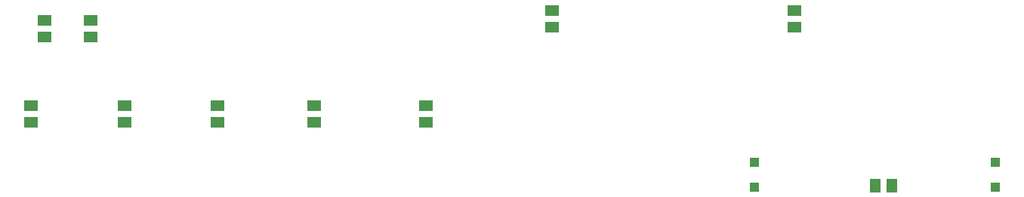
<source format=gbp>
G04 EAGLE Gerber RS-274X export*
G75*
%MOMM*%
%FSLAX34Y34*%
%LPD*%
%INSolderpaste Bottom*%
%IPPOS*%
%AMOC8*
5,1,8,0,0,1.08239X$1,22.5*%
G01*
%ADD10R,1.500000X1.300000*%
%ADD11R,1.100000X1.100000*%
%ADD12R,1.300000X1.500000*%


D10*
X349207Y105985D03*
X349207Y124985D03*
X241207Y105985D03*
X241207Y124985D03*
X137207Y105985D03*
X137207Y124985D03*
X32207Y105985D03*
X32207Y124985D03*
X474793Y105985D03*
X474793Y124985D03*
X47400Y220400D03*
X47400Y201400D03*
X888000Y212500D03*
X888000Y231500D03*
X616000Y212500D03*
X616000Y231500D03*
X99000Y220400D03*
X99000Y201400D03*
D11*
X1113000Y61000D03*
X1113000Y33000D03*
X843000Y61000D03*
X843000Y33000D03*
D12*
X978500Y35000D03*
X997500Y35000D03*
M02*

</source>
